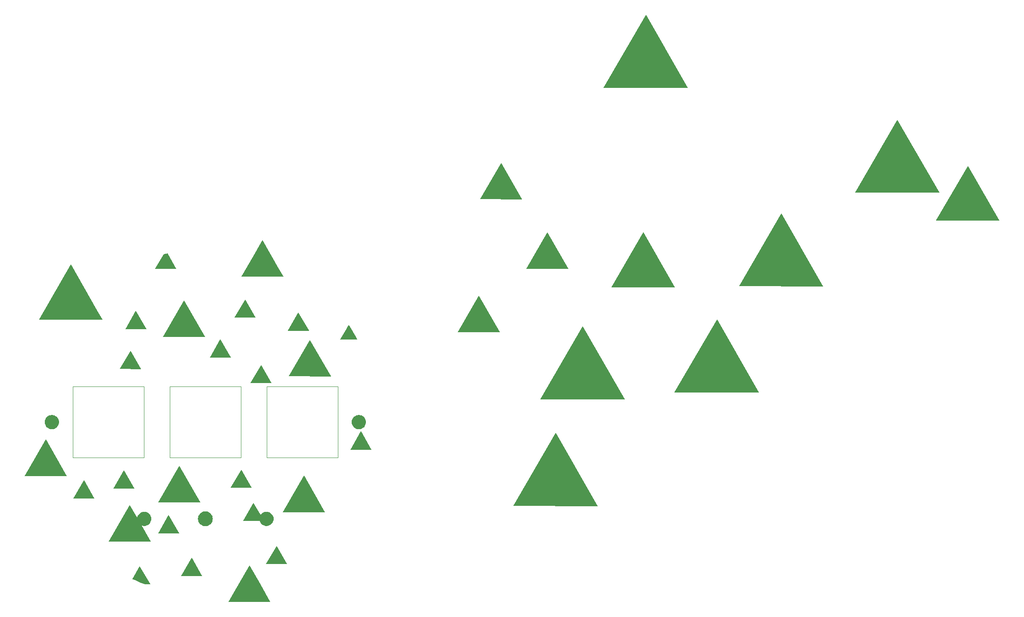
<source format=gbr>
%TF.GenerationSoftware,KiCad,Pcbnew,7.0.5*%
%TF.CreationDate,2023-07-12T06:44:21-05:00*%
%TF.ProjectId,plate,706c6174-652e-46b6-9963-61645f706362,REV1*%
%TF.SameCoordinates,Original*%
%TF.FileFunction,Soldermask,Top*%
%TF.FilePolarity,Negative*%
%FSLAX46Y46*%
G04 Gerber Fmt 4.6, Leading zero omitted, Abs format (unit mm)*
G04 Created by KiCad (PCBNEW 7.0.5) date 2023-07-12 06:44:21*
%MOMM*%
%LPD*%
G01*
G04 APERTURE LIST*
%TA.AperFunction,Profile*%
%ADD10C,0.120000*%
%TD*%
G04 APERTURE END LIST*
D10*
%TO.C,REF\u002A\u002A*%
X-26050000Y7000000D02*
X-12050000Y7000000D01*
X-12050000Y7000000D02*
X-12050000Y-7000000D01*
X-12050000Y-7000000D02*
X-26050000Y-7000000D01*
X-26050000Y-7000000D02*
X-26050000Y7000000D01*
X-7000000Y7000000D02*
X7000000Y7000000D01*
X7000000Y7000000D02*
X7000000Y-7000000D01*
X7000000Y-7000000D02*
X-7000000Y-7000000D01*
X-7000000Y-7000000D02*
X-7000000Y7000000D01*
X12050000Y7000000D02*
X26050000Y7000000D01*
X26050000Y7000000D02*
X26050000Y-7000000D01*
X26050000Y-7000000D02*
X12050000Y-7000000D01*
X12050000Y-7000000D02*
X12050000Y7000000D01*
%TD*%
G36*
X8654866Y-28157116D02*
G01*
X8658170Y-28160434D01*
X10841390Y-31960898D01*
X12781283Y-35337788D01*
X12782654Y-35348379D01*
X12779997Y-35351827D01*
X12775472Y-35353029D01*
X4498140Y-35335071D01*
X4488285Y-35330964D01*
X4486627Y-35326937D01*
X4487849Y-35322418D01*
X5519841Y-33543878D01*
X5519843Y-33543871D01*
X8642066Y-28163020D01*
X8650550Y-28156538D01*
X8654866Y-28157116D01*
G37*
G36*
X-12876017Y-28299328D02*
G01*
X-12872713Y-28302646D01*
X-10814862Y-31884874D01*
X-10813491Y-31895465D01*
X-10816148Y-31898913D01*
X-10820673Y-31900115D01*
X-11775671Y-31898042D01*
X-11785462Y-31896204D01*
X-12810617Y-31499652D01*
X-12810730Y-31499606D01*
X-13884290Y-31041367D01*
X-13884423Y-31041308D01*
X-14336928Y-30829512D01*
X-14344129Y-30821631D01*
X-14343723Y-30812622D01*
X-12888817Y-28305232D01*
X-12880333Y-28298750D01*
X-12876017Y-28299328D01*
G37*
G36*
X-2681279Y-26639200D02*
G01*
X-2677975Y-26642518D01*
X-620124Y-30224746D01*
X-618753Y-30235337D01*
X-621410Y-30238785D01*
X-625935Y-30239987D01*
X-4757164Y-30231024D01*
X-4767019Y-30226917D01*
X-4768677Y-30222890D01*
X-4767455Y-30218371D01*
X-2694079Y-26645104D01*
X-2685595Y-26638622D01*
X-2681279Y-26639200D01*
G37*
G36*
X14018721Y-24314200D02*
G01*
X14022025Y-24317518D01*
X16079876Y-27899746D01*
X16081247Y-27910337D01*
X16078590Y-27913785D01*
X16074065Y-27914987D01*
X11942836Y-27906024D01*
X11932981Y-27901917D01*
X11931323Y-27897890D01*
X11932545Y-27893371D01*
X14005921Y-24320104D01*
X14014405Y-24313622D01*
X14018721Y-24314200D01*
G37*
G36*
X-14825825Y-16318875D02*
G01*
X-14822521Y-16322193D01*
X-13432682Y-18741570D01*
X-13372757Y-18733326D01*
X-13325090Y-18545096D01*
X-13232143Y-18333198D01*
X-13105586Y-18139488D01*
X-12948871Y-17969251D01*
X-12766274Y-17827130D01*
X-12562775Y-17717002D01*
X-12343925Y-17641870D01*
X-12115694Y-17603785D01*
X-11884306Y-17603785D01*
X-11656075Y-17641870D01*
X-11437225Y-17717002D01*
X-11233726Y-17827130D01*
X-11051129Y-17969251D01*
X-10894414Y-18139488D01*
X-10767857Y-18333198D01*
X-10674910Y-18545096D01*
X-10618108Y-18769403D01*
X-10599000Y-19000000D01*
X-10618108Y-19230597D01*
X-10674910Y-19454904D01*
X-10767857Y-19666802D01*
X-10894414Y-19860512D01*
X-11051129Y-20030749D01*
X-11233726Y-20172870D01*
X-11437225Y-20282998D01*
X-11656075Y-20358130D01*
X-11884306Y-20396215D01*
X-12115694Y-20396215D01*
X-12343925Y-20358130D01*
X-12459761Y-20318363D01*
X-12499333Y-20366308D01*
X-10699408Y-23499547D01*
X-10698037Y-23510138D01*
X-10700694Y-23513586D01*
X-10705219Y-23514788D01*
X-18982551Y-23496830D01*
X-18992406Y-23492723D01*
X-18994064Y-23488696D01*
X-18992842Y-23484177D01*
X-14838625Y-16324779D01*
X-14830141Y-16318297D01*
X-14825825Y-16318875D01*
G37*
G36*
X-7210595Y-18266521D02*
G01*
X-7207291Y-18269839D01*
X-5149440Y-21852067D01*
X-5148069Y-21862658D01*
X-5150726Y-21866106D01*
X-5155251Y-21867308D01*
X-9286480Y-21858345D01*
X-9296335Y-21854238D01*
X-9297993Y-21850211D01*
X-9296771Y-21845692D01*
X-7223395Y-18272425D01*
X-7214911Y-18265943D01*
X-7210595Y-18266521D01*
G37*
G36*
X356199Y-17593400D02*
G01*
X582860Y-17671213D01*
X793622Y-17785271D01*
X982736Y-17932465D01*
X1145043Y-18108777D01*
X1276116Y-18309400D01*
X1372381Y-18528861D01*
X1431210Y-18761173D01*
X1451000Y-19000000D01*
X1431210Y-19238827D01*
X1372381Y-19471139D01*
X1276116Y-19690600D01*
X1145043Y-19891223D01*
X982736Y-20067535D01*
X793622Y-20214729D01*
X582860Y-20328787D01*
X356199Y-20406600D01*
X119823Y-20446044D01*
X-119823Y-20446044D01*
X-356199Y-20406600D01*
X-582860Y-20328787D01*
X-793622Y-20214729D01*
X-982736Y-20067535D01*
X-1145043Y-19891223D01*
X-1276116Y-19690600D01*
X-1372381Y-19471139D01*
X-1431210Y-19238827D01*
X-1451000Y-19000000D01*
X-1431210Y-18761173D01*
X-1372381Y-18528861D01*
X-1276116Y-18309400D01*
X-1145043Y-18108777D01*
X-982736Y-17932465D01*
X-793622Y-17785271D01*
X-582860Y-17671213D01*
X-356199Y-17593400D01*
X-119823Y-17553956D01*
X119823Y-17553956D01*
X356199Y-17593400D01*
G37*
G36*
X9473983Y-15839328D02*
G01*
X9477287Y-15842646D01*
X10818516Y-18177408D01*
X10868700Y-18178845D01*
X10894414Y-18139488D01*
X11051129Y-17969251D01*
X11233726Y-17827130D01*
X11437225Y-17717002D01*
X11656075Y-17641870D01*
X11884306Y-17603785D01*
X12115694Y-17603785D01*
X12343925Y-17641870D01*
X12562775Y-17717002D01*
X12766274Y-17827130D01*
X12948871Y-17969251D01*
X13105586Y-18139488D01*
X13232143Y-18333198D01*
X13325090Y-18545096D01*
X13381892Y-18769403D01*
X13401000Y-19000000D01*
X13381892Y-19230597D01*
X13325090Y-19454904D01*
X13232143Y-19666802D01*
X13105586Y-19860512D01*
X12948871Y-20030749D01*
X12766274Y-20172870D01*
X12562775Y-20282998D01*
X12343925Y-20358130D01*
X12115694Y-20396215D01*
X11884306Y-20396215D01*
X11656075Y-20358130D01*
X11437225Y-20282998D01*
X11233726Y-20172870D01*
X11051129Y-20030749D01*
X10894414Y-19860512D01*
X10767857Y-19666802D01*
X10674910Y-19454904D01*
X10674681Y-19454002D01*
X10674181Y-19452861D01*
X10651811Y-19438211D01*
X7398098Y-19431152D01*
X7388243Y-19427045D01*
X7386585Y-19423018D01*
X7387807Y-19418499D01*
X9461183Y-15845232D01*
X9469667Y-15838750D01*
X9473983Y-15839328D01*
G37*
G36*
X19398651Y-10547786D02*
G01*
X19401955Y-10551104D01*
X23525068Y-17728458D01*
X23526439Y-17739049D01*
X23523782Y-17742497D01*
X23519257Y-17743699D01*
X15241925Y-17725741D01*
X15232070Y-17721634D01*
X15230412Y-17717607D01*
X15231634Y-17713088D01*
X19385851Y-10553690D01*
X19394335Y-10547208D01*
X19398651Y-10547786D01*
G37*
G36*
X68834189Y-2133323D02*
G01*
X68837493Y-2136641D01*
X77091129Y-16504249D01*
X77092500Y-16514840D01*
X77089843Y-16518288D01*
X77085318Y-16519490D01*
X60515781Y-16483542D01*
X60505926Y-16479435D01*
X60504268Y-16475408D01*
X60505490Y-16470889D01*
X68821389Y-2139227D01*
X68829873Y-2132745D01*
X68834189Y-2133323D01*
G37*
G36*
X-5126541Y-8609074D02*
G01*
X-5123237Y-8612392D01*
X-1000124Y-15789746D01*
X-998753Y-15800337D01*
X-1001410Y-15803785D01*
X-1005935Y-15804987D01*
X-9283267Y-15787029D01*
X-9293122Y-15782922D01*
X-9294780Y-15778895D01*
X-9293558Y-15774376D01*
X-5139341Y-8614978D01*
X-5130857Y-8608496D01*
X-5126541Y-8609074D01*
G37*
G36*
X-23861279Y-11404200D02*
G01*
X-23857975Y-11407518D01*
X-21800124Y-14989746D01*
X-21798753Y-15000337D01*
X-21801410Y-15003785D01*
X-21805935Y-15004987D01*
X-25937164Y-14996024D01*
X-25947019Y-14991917D01*
X-25948677Y-14987890D01*
X-25947455Y-14983371D01*
X-23874079Y-11410104D01*
X-23865595Y-11403622D01*
X-23861279Y-11404200D01*
G37*
G36*
X-16001279Y-9474200D02*
G01*
X-15997975Y-9477518D01*
X-13940124Y-13059746D01*
X-13938753Y-13070337D01*
X-13941410Y-13073785D01*
X-13945935Y-13074987D01*
X-18077164Y-13066024D01*
X-18087019Y-13061917D01*
X-18088677Y-13057890D01*
X-18087455Y-13053371D01*
X-16014079Y-9480104D01*
X-16005595Y-9473622D01*
X-16001279Y-9474200D01*
G37*
G36*
X7038953Y-9329594D02*
G01*
X7042257Y-9332912D01*
X9100108Y-12915140D01*
X9101479Y-12925731D01*
X9098822Y-12929179D01*
X9094297Y-12930381D01*
X4963068Y-12921418D01*
X4953213Y-12917311D01*
X4951555Y-12913284D01*
X4952777Y-12908765D01*
X7026153Y-9335498D01*
X7034637Y-9329016D01*
X7038953Y-9329594D01*
G37*
G36*
X-31326541Y-3409074D02*
G01*
X-31323237Y-3412392D01*
X-27200124Y-10589746D01*
X-27198753Y-10600337D01*
X-27201410Y-10603785D01*
X-27205935Y-10604987D01*
X-35483267Y-10587029D01*
X-35493122Y-10582922D01*
X-35494780Y-10578895D01*
X-35493558Y-10574376D01*
X-33309835Y-6810936D01*
X-31339341Y-3414978D01*
X-31330857Y-3408496D01*
X-31326541Y-3409074D01*
G37*
G36*
X30568721Y-1844200D02*
G01*
X30572025Y-1847518D01*
X32629876Y-5429746D01*
X32631247Y-5440337D01*
X32628590Y-5443785D01*
X32624065Y-5444987D01*
X28492836Y-5436024D01*
X28482981Y-5431917D01*
X28481323Y-5427890D01*
X28482545Y-5423371D01*
X30555921Y-1850104D01*
X30564405Y-1843622D01*
X30568721Y-1844200D01*
G37*
G36*
X-29806075Y1358130D02*
G01*
X-29587225Y1282998D01*
X-29383726Y1172870D01*
X-29201129Y1030749D01*
X-29044414Y860512D01*
X-28917857Y666802D01*
X-28824910Y454904D01*
X-28768108Y230597D01*
X-28749000Y0D01*
X-28768108Y-230597D01*
X-28824910Y-454904D01*
X-28917857Y-666802D01*
X-29044414Y-860512D01*
X-29201129Y-1030749D01*
X-29383726Y-1172870D01*
X-29587225Y-1282998D01*
X-29806075Y-1358130D01*
X-30034306Y-1396215D01*
X-30265694Y-1396215D01*
X-30493925Y-1358130D01*
X-30712775Y-1282998D01*
X-30916274Y-1172870D01*
X-31098871Y-1030749D01*
X-31255586Y-860512D01*
X-31382143Y-666802D01*
X-31475090Y-454904D01*
X-31531892Y-230597D01*
X-31551000Y0D01*
X-31531892Y230597D01*
X-31475090Y454904D01*
X-31382143Y666802D01*
X-31255586Y860512D01*
X-31098871Y1030749D01*
X-30916274Y1172870D01*
X-30712775Y1282998D01*
X-30493925Y1358130D01*
X-30265694Y1396215D01*
X-30034306Y1396215D01*
X-29806075Y1358130D01*
G37*
G36*
X30493925Y1358130D02*
G01*
X30712775Y1282998D01*
X30916274Y1172870D01*
X31098871Y1030749D01*
X31255586Y860512D01*
X31382143Y666802D01*
X31475090Y454904D01*
X31531892Y230597D01*
X31551000Y0D01*
X31531892Y-230597D01*
X31475090Y-454904D01*
X31382143Y-666802D01*
X31255586Y-860512D01*
X31098871Y-1030749D01*
X30916274Y-1172870D01*
X30712775Y-1282998D01*
X30493925Y-1358130D01*
X30265694Y-1396215D01*
X30034306Y-1396215D01*
X29806075Y-1358130D01*
X29587225Y-1282998D01*
X29383726Y-1172870D01*
X29201129Y-1030749D01*
X29044414Y-860512D01*
X28917857Y-666802D01*
X28824910Y-454904D01*
X28768108Y-230597D01*
X28749000Y0D01*
X28768108Y230597D01*
X28824910Y454904D01*
X28917857Y666802D01*
X29044414Y860512D01*
X29201129Y1030749D01*
X29383726Y1172870D01*
X29587225Y1282998D01*
X29806075Y1358130D01*
X30034306Y1396215D01*
X30265694Y1396215D01*
X30493925Y1358130D01*
G37*
G36*
X74152659Y18843540D02*
G01*
X74155963Y18840222D01*
X82409599Y4472614D01*
X82410970Y4462023D01*
X82408313Y4458575D01*
X82403788Y4457373D01*
X65834251Y4493321D01*
X65824396Y4497428D01*
X65822738Y4501455D01*
X65823960Y4505974D01*
X74139859Y18837636D01*
X74148343Y18844118D01*
X74152659Y18843540D01*
G37*
G36*
X100516333Y20200761D02*
G01*
X100519637Y20197443D01*
X108773273Y5829835D01*
X108774644Y5819244D01*
X108771987Y5815796D01*
X108767462Y5814594D01*
X92197925Y5850542D01*
X92188070Y5854649D01*
X92186412Y5858676D01*
X92187634Y5863195D01*
X100503533Y20194857D01*
X100512017Y20201339D01*
X100516333Y20200761D01*
G37*
G36*
X10934824Y11245800D02*
G01*
X10938128Y11242482D01*
X12995979Y7660254D01*
X12997350Y7649663D01*
X12994693Y7646215D01*
X12990168Y7645013D01*
X8858939Y7653976D01*
X8849084Y7658083D01*
X8847426Y7662110D01*
X8848648Y7666629D01*
X10922024Y11239896D01*
X10930508Y11246378D01*
X10934824Y11245800D01*
G37*
G36*
X20565665Y16172936D02*
G01*
X20568969Y16169618D01*
X24692082Y8992264D01*
X24693453Y8981673D01*
X24690796Y8978225D01*
X24686271Y8977023D01*
X16408939Y8994981D01*
X16399084Y8999088D01*
X16397426Y9003115D01*
X16398648Y9007634D01*
X20552865Y16167032D01*
X20561349Y16173514D01*
X20565665Y16172936D01*
G37*
G36*
X-14686279Y14020800D02*
G01*
X-14682975Y14017482D01*
X-12625124Y10435254D01*
X-12623753Y10424663D01*
X-12626410Y10421215D01*
X-12630935Y10420013D01*
X-16762164Y10428976D01*
X-16772019Y10433083D01*
X-16773677Y10437110D01*
X-16772455Y10441629D01*
X-14699079Y14014896D01*
X-14690595Y14021378D01*
X-14686279Y14020800D01*
G37*
G36*
X2934462Y16273926D02*
G01*
X2937766Y16270608D01*
X4995617Y12688380D01*
X4996988Y12677789D01*
X4994331Y12674341D01*
X4989806Y12673139D01*
X858577Y12682102D01*
X848722Y12686209D01*
X847064Y12690236D01*
X848286Y12694755D01*
X2921662Y16268022D01*
X2930146Y16274504D01*
X2934462Y16273926D01*
G37*
G36*
X28133000Y19092336D02*
G01*
X28134998Y19090482D01*
X28375051Y18740239D01*
X28375081Y18740193D01*
X29001638Y17755140D01*
X29001657Y17755109D01*
X29594034Y16749123D01*
X29594060Y16749077D01*
X29861646Y16256750D01*
X29862766Y16246132D01*
X29859842Y16242518D01*
X29855863Y16241511D01*
X26490258Y16248812D01*
X26480403Y16252919D01*
X26478745Y16256946D01*
X26479967Y16261465D01*
X27346596Y17755017D01*
X28119220Y19086563D01*
X28127704Y19093045D01*
X28133000Y19092336D01*
G37*
G36*
X-4171017Y23925672D02*
G01*
X-4167713Y23922354D01*
X-44600Y16745000D01*
X-43229Y16734409D01*
X-45886Y16730961D01*
X-50411Y16729759D01*
X-8327743Y16747717D01*
X-8337598Y16751824D01*
X-8339256Y16755851D01*
X-8338034Y16760370D01*
X-4183817Y23919768D01*
X-4175333Y23926250D01*
X-4171017Y23925672D01*
G37*
G36*
X53748459Y24865926D02*
G01*
X53751763Y24862608D01*
X57874876Y17685254D01*
X57876247Y17674663D01*
X57873590Y17671215D01*
X57869065Y17670013D01*
X49591733Y17687971D01*
X49581878Y17692078D01*
X49580220Y17696105D01*
X49581442Y17700624D01*
X53735659Y24860022D01*
X53744143Y24866504D01*
X53748459Y24865926D01*
G37*
G36*
X18263721Y21545800D02*
G01*
X18267025Y21542482D01*
X20324876Y17960254D01*
X20326247Y17949663D01*
X20323590Y17946215D01*
X20319065Y17945013D01*
X16187836Y17953976D01*
X16177981Y17958083D01*
X16176323Y17962110D01*
X16177545Y17966629D01*
X18250921Y21539896D01*
X18259405Y21546378D01*
X18263721Y21545800D01*
G37*
G36*
X-13644944Y21870122D02*
G01*
X-13641640Y21866804D01*
X-11583789Y18284576D01*
X-11582418Y18273985D01*
X-11585075Y18270537D01*
X-11589600Y18269335D01*
X-15720829Y18278298D01*
X-15730684Y18282405D01*
X-15732342Y18286432D01*
X-15731120Y18290951D01*
X-13657744Y21864218D01*
X-13649260Y21870700D01*
X-13644944Y21870122D01*
G37*
G36*
X-26406017Y30920672D02*
G01*
X-26402713Y30917354D01*
X-21287926Y22013733D01*
X-20214338Y20144872D01*
X-20212967Y20134281D01*
X-20215624Y20130833D01*
X-20220149Y20129631D01*
X-32643584Y20156584D01*
X-32653439Y20160691D01*
X-32655097Y20164718D01*
X-32653875Y20169237D01*
X-26418817Y30914768D01*
X-26410333Y30921250D01*
X-26406017Y30920672D01*
G37*
G36*
X7828983Y24125672D02*
G01*
X7832287Y24122354D01*
X9890138Y20540126D01*
X9891509Y20529535D01*
X9888852Y20526087D01*
X9884327Y20524885D01*
X5753098Y20533848D01*
X5743243Y20537955D01*
X5741585Y20541982D01*
X5742807Y20546501D01*
X7816183Y24119768D01*
X7824667Y24126250D01*
X7828983Y24125672D01*
G37*
G36*
X86016989Y37266971D02*
G01*
X86020293Y37263653D01*
X92208668Y26491171D01*
X92210039Y26480580D01*
X92207382Y26477132D01*
X92202857Y26475930D01*
X79779422Y26502883D01*
X79769567Y26506990D01*
X79767909Y26511017D01*
X79769131Y26515536D01*
X86004189Y37261067D01*
X86012673Y37267549D01*
X86016989Y37266971D01*
G37*
G36*
X113152659Y41043540D02*
G01*
X113155963Y41040222D01*
X121409599Y26672614D01*
X121410970Y26662023D01*
X121408313Y26658575D01*
X121403788Y26657373D01*
X104834251Y26693321D01*
X104824396Y26697428D01*
X104822738Y26701455D01*
X104823960Y26705974D01*
X113139859Y41037636D01*
X113148343Y41044118D01*
X113152659Y41043540D01*
G37*
G36*
X11205665Y35772936D02*
G01*
X11208969Y35769618D01*
X14471955Y30089540D01*
X15332082Y28592264D01*
X15333453Y28581673D01*
X15330796Y28578225D01*
X15326271Y28577023D01*
X7048939Y28594981D01*
X7039084Y28599088D01*
X7037426Y28603115D01*
X7038648Y28607634D01*
X9399893Y32677015D01*
X9399893Y32677018D01*
X11192865Y35767032D01*
X11201349Y35773514D01*
X11205665Y35772936D01*
G37*
G36*
X67198459Y37315926D02*
G01*
X67201763Y37312608D01*
X71324876Y30135254D01*
X71326247Y30124663D01*
X71323590Y30121215D01*
X71319065Y30120013D01*
X63041733Y30137971D01*
X63031878Y30142078D01*
X63030220Y30146105D01*
X63031442Y30150624D01*
X67185659Y37310022D01*
X67194143Y37316504D01*
X67198459Y37315926D01*
G37*
G36*
X-7423036Y33176497D02*
G01*
X-7420253Y33173624D01*
X-5684021Y30151259D01*
X-5682650Y30140668D01*
X-5685307Y30137220D01*
X-5689832Y30136018D01*
X-9821061Y30144981D01*
X-9830943Y30149099D01*
X-9832577Y30153057D01*
X-9831339Y30157657D01*
X-8185619Y32993901D01*
X-8169918Y33005895D01*
X-7437242Y33178803D01*
X-7423036Y33176497D01*
G37*
G36*
X149808197Y50386054D02*
G01*
X149811501Y50382736D01*
X155999876Y39610254D01*
X156001247Y39599663D01*
X155998590Y39596215D01*
X155994065Y39595013D01*
X143570630Y39621966D01*
X143560775Y39626073D01*
X143559117Y39630100D01*
X143560339Y39634619D01*
X149795397Y50380150D01*
X149803881Y50386632D01*
X149808197Y50386054D01*
G37*
G36*
X58098459Y50965926D02*
G01*
X58101763Y50962608D01*
X62224876Y43785254D01*
X62226247Y43774663D01*
X62223590Y43771215D01*
X62219065Y43770013D01*
X53941733Y43787971D01*
X53931878Y43792078D01*
X53930220Y43796105D01*
X53931442Y43800624D01*
X58085659Y50960022D01*
X58094143Y50966504D01*
X58098459Y50965926D01*
G37*
G36*
X135952659Y59443540D02*
G01*
X135955963Y59440222D01*
X144209599Y45072614D01*
X144210970Y45062023D01*
X144208313Y45058575D01*
X144203788Y45057373D01*
X127634251Y45093321D01*
X127624396Y45097428D01*
X127622738Y45101455D01*
X127623960Y45105974D01*
X135939859Y59437636D01*
X135948343Y59444118D01*
X135952659Y59443540D01*
G37*
G36*
X86552659Y80043540D02*
G01*
X86555963Y80040222D01*
X94809599Y65672614D01*
X94810970Y65662023D01*
X94808313Y65658575D01*
X94803788Y65657373D01*
X78234251Y65693321D01*
X78224396Y65697428D01*
X78222738Y65701455D01*
X78223960Y65705974D01*
X86539859Y80037636D01*
X86548343Y80044118D01*
X86552659Y80043540D01*
G37*
M02*

</source>
